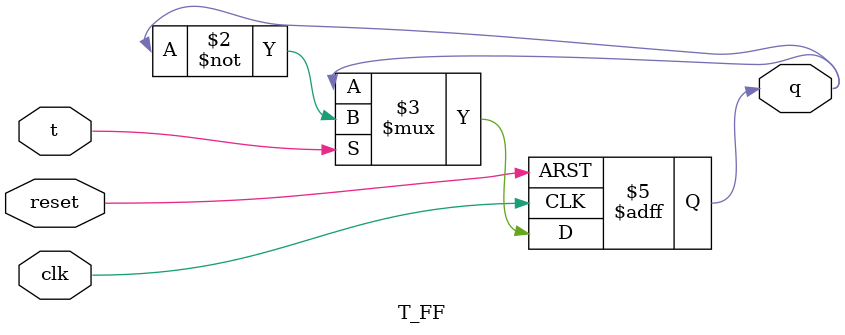
<source format=v>
module addressCounter(add, clk, reset);
    output [7:0] add;
    input clk,reset;
    reg init;

    wire ctreset;
    assign ctreset = reset | init;

    T_FF tff0(add[0], T[0], clk, ctreset);
    T_FF tff1(add[1], T[1], clk, ctreset);
    T_FF tff2(add[2], T[2], clk, ctreset);
    T_FF tff3(add[3], T[3], clk, ctreset);
    T_FF tff4(add[4], T[4], clk, ctreset);
    T_FF tff5(add[5], T[5], clk, ctreset);
    T_FF tff6(add[6], T[6], clk, ctreset);
    T_FF tff7(add[7], T[7], clk, ctreset);

    wire [7:0] T;
    assign T[0] = 1'b1;
    assign T[1] = add[0];
    and and2(T[2], add[1], T[1]);
    and and3(T[3], add[2], T[2]);
    and and4(T[4], add[3], T[3]);
    and and5(T[5], add[4], T[4]);
    and and6(T[6], add[5], T[5]);
    and and7(T[7], add[6], T[6]);

    initial 
        init = 1;
    always @(negedge clk)
        init = 0;

endmodule

module T_FF(q, t, clk, reset);
    output q;
    input t, clk ,reset;
    reg q;

    always @(posedge clk or posedge reset)
    if(reset)
        q <= 1'b0;
    else if(t)
        q <= ~q;
endmodule
</source>
